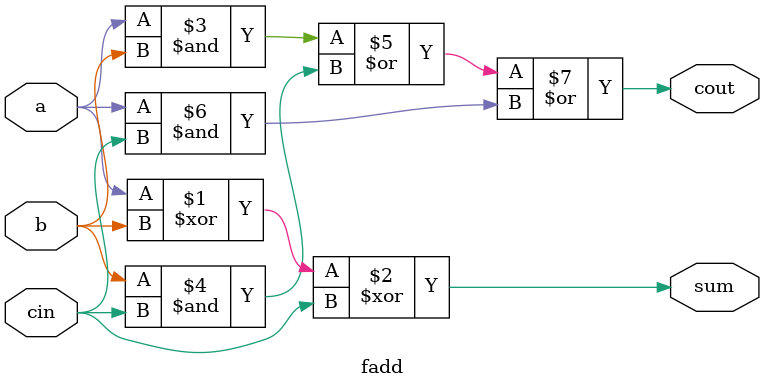
<source format=v>
module top_module(
    input [2:0] a, b,
    input cin,
    output [2:0] cout,
    output [2:0] sum );
    fadd d1(a[0],b[0],cin,sum[0],cout[0]);
    fadd d2(a[1],b[1],cout[0],sum[1],cout[1]);
    fadd d3(a[2],b[2],cout[1],sum[2],cout[2]);
endmodule

module fadd(input a,input b,input cin,output sum,output cout);
    assign  sum= a^b^cin;
    assign cout = (a&b) | (b&cin) | (a&cin);
endmodule

</source>
